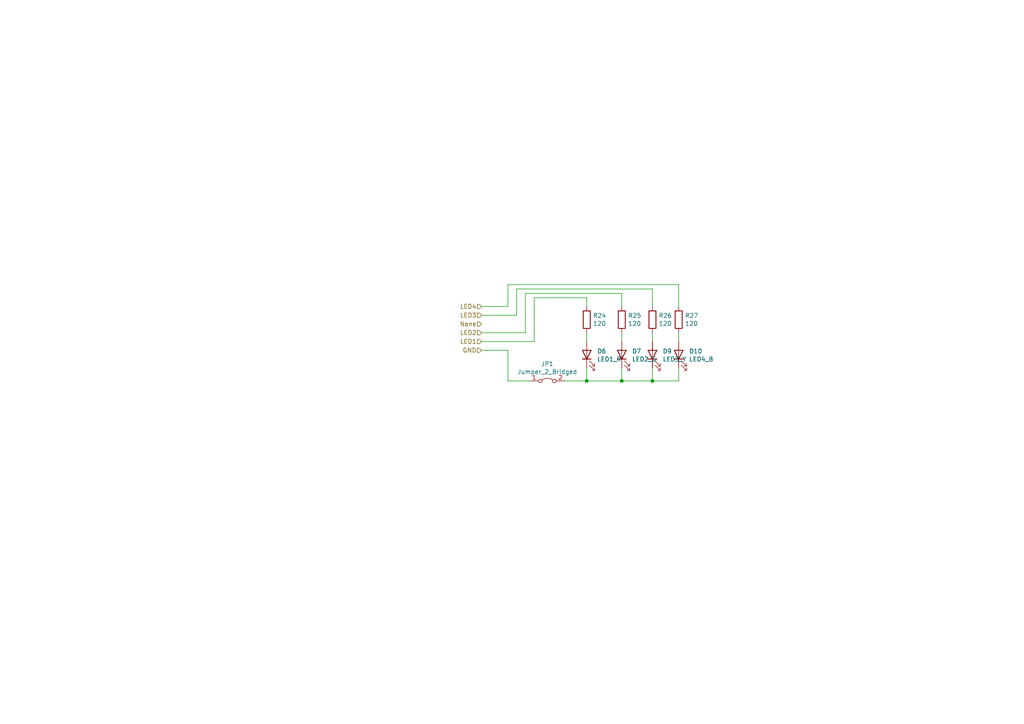
<source format=kicad_sch>
(kicad_sch (version 20211123) (generator eeschema)
  (paper "A4")
  (lib_symbols
    (symbol "Device:LED" (pin_numbers hide) (pin_names (offset 1.016) hide)
      (property "Reference" "D" (at 0 2.54 0))
      (property "Value" "LED" (at 0 -2.54 0))
      (symbol "LED_0_1"
        (polyline (pts (xy -1.27 -1.27) (xy -1.27 1.27)) (stroke (width 0.254)))
        (polyline (pts (xy -1.27 0) (xy 1.27 0)))
        (polyline (pts (xy 1.27 -1.27) (xy 1.27 1.27) (xy -1.27 0) (xy 1.27 -1.27)) (stroke (width 0.254)))
        (polyline (pts (xy -3.048 -0.762) (xy -4.572 -2.286) (xy -3.81 -2.286) (xy -4.572 -2.286) (xy -4.572 -1.524)))
        (polyline (pts (xy -1.778 -0.762) (xy -3.302 -2.286) (xy -2.54 -2.286) (xy -3.302 -2.286) (xy -3.302 -1.524)))
      )
      (symbol "LED_1_1"
        (pin passive line (at -3.81 0 0) (length 2.54) (name "K") (number "1"))
        (pin passive line (at 3.81 0 180) (length 2.54) (name "A") (number "2"))
      )
    )
    (symbol "Device:R" (pin_numbers hide) (pin_names (offset 0))
      (property "Reference" "R" (at 2.032 0 90))
      (property "Value" "R" (at 0 0 90))
      (symbol "R_0_1"
        (rectangle (start -1.016 -2.54) (end 1.016 2.54) (stroke (width 0.254)))
      )
      (symbol "R_1_1"
        (pin passive line (at 0 3.81 270) (length 1.27) (name "~") (number "1"))
        (pin passive line (at 0 -3.81 90) (length 1.27) (name "~") (number "2"))
      )
    )
    (symbol "Jumper:Jumper_2_Bridged" (pin_names (offset 0) hide)
      (property "Reference" "JP" (at 0 1.905 0))
      (property "Value" "Jumper_2_Bridged" (at 0 -2.54 0))
      (symbol "Jumper_2_Bridged_0_0"
        (circle (center -2.032 0) (radius 0.508))
        (circle (center 2.032 0) (radius 0.508))
      )
      (symbol "Jumper_2_Bridged_0_1"
        (arc (start 1.524 0.254) (mid 0 0.762) (end -1.524 0.254))
      )
      (symbol "Jumper_2_Bridged_1_1"
        (pin passive line (at -5.08 0 0) (length 2.54) (name "A") (number "1"))
        (pin passive line (at 5.08 0 180) (length 2.54) (name "B") (number "2"))
      )
    )
  )
  (junction (at 189.23 110.49))
  (junction (at 170.18 110.49))
  (junction (at 180.34 110.49))
  (wire (pts (xy 154.94 86.36) (xy 170.18 86.36)))
  (wire (pts (xy 180.34 85.09) (xy 180.34 88.9)))
  (wire (pts (xy 152.4 96.52) (xy 152.4 85.09)))
  (wire (pts (xy 189.23 83.82) (xy 189.23 88.9)))
  (wire (pts (xy 149.86 83.82) (xy 189.23 83.82)))
  (wire (pts (xy 170.18 86.36) (xy 170.18 88.9)))
  (wire (pts (xy 152.4 85.09) (xy 180.34 85.09)))
  (wire (pts (xy 196.85 96.52) (xy 196.85 99.06)))
  (wire (pts (xy 139.7 99.06) (xy 154.94 99.06)))
  (wire (pts (xy 189.23 106.68) (xy 189.23 110.49)))
  (wire (pts (xy 170.18 106.68) (xy 170.18 110.49)))
  (wire (pts (xy 139.7 96.52) (xy 152.4 96.52)))
  (wire (pts (xy 163.83 110.49) (xy 170.18 110.49)))
  (wire (pts (xy 180.34 106.68) (xy 180.34 110.49)))
  (wire (pts (xy 189.23 96.52) (xy 189.23 99.06)))
  (wire (pts (xy 170.18 110.49) (xy 180.34 110.49)))
  (wire (pts (xy 147.32 110.49) (xy 153.67 110.49)))
  (wire (pts (xy 180.34 96.52) (xy 180.34 99.06)))
  (wire (pts (xy 139.7 101.6) (xy 147.32 101.6)))
  (wire (pts (xy 139.7 88.9) (xy 147.32 88.9)))
  (wire (pts (xy 180.34 110.49) (xy 189.23 110.49)))
  (wire (pts (xy 147.32 82.55) (xy 196.85 82.55)))
  (wire (pts (xy 189.23 110.49) (xy 196.85 110.49)))
  (wire (pts (xy 139.7 91.44) (xy 149.86 91.44)))
  (wire (pts (xy 154.94 99.06) (xy 154.94 86.36)))
  (wire (pts (xy 147.32 101.6) (xy 147.32 110.49)))
  (wire (pts (xy 196.85 82.55) (xy 196.85 88.9)))
  (wire (pts (xy 170.18 96.52) (xy 170.18 99.06)))
  (wire (pts (xy 147.32 88.9) (xy 147.32 82.55)))
  (wire (pts (xy 149.86 91.44) (xy 149.86 83.82)))
  (wire (pts (xy 196.85 110.49) (xy 196.85 106.68)))
  (hierarchical_label "LED2" (shape input) (at 139.7 96.52 180))
  (hierarchical_label "None" (shape input) (at 139.7 93.98 180))
  (hierarchical_label "LED4" (shape input) (at 139.7 88.9 180))
  (hierarchical_label "LED1" (shape input) (at 139.7 99.06 180))
  (hierarchical_label "GND" (shape input) (at 139.7 101.6 180))
  (hierarchical_label "LED3" (shape input) (at 139.7 91.44 180))
  (symbol (lib_id "Jumper:Jumper_2_Bridged") (at 158.75 110.49 0) (unit 1)
    (property "Reference" "JP1" (at 158.75 105.537 0))
    (property "Value" "Jumper_2_Bridged" (at 158.75 107.8484 0))
    (property "Footprint" "Connector_PinHeader_1.27mm:PinHeader_1x02_P1.27mm_Vertical" (effects hide))
  )
  (symbol (lib_id "Device:R") (at 180.34 92.71 0) (unit 1)
    (property "Reference" "R25" (at 182.118 91.5416 0) (effects (justify left)))
    (property "Value" "120" (at 182.118 93.853 0) (effects (justify left)))
    (property "Footprint" "Resistor_SMD:R_0603_1608Metric_Pad0.98x0.95mm_HandSolder" (effects hide))
  )
  (symbol (lib_id "Device:LED") (at 170.18 102.87 90) (unit 1)
    (property "Reference" "D6" (at 173.1518 101.8794 90) (effects (justify right)))
    (property "Value" "LED1_R" (at 173.1518 104.1908 90) (effects (justify right)))
    (property "Footprint" "0.main.robot:LED_SMLE13WBC8W1" (effects hide))
  )
  (symbol (lib_id "Device:R") (at 170.18 92.71 0) (unit 1)
    (property "Reference" "R24" (at 171.958 91.5416 0) (effects (justify left)))
    (property "Value" "120" (at 171.958 93.853 0) (effects (justify left)))
    (property "Footprint" "Resistor_SMD:R_0603_1608Metric_Pad0.98x0.95mm_HandSolder" (effects hide))
  )
  (symbol (lib_id "Device:LED") (at 189.23 102.87 90) (unit 1)
    (property "Reference" "D9" (at 192.2018 101.8794 90) (effects (justify right)))
    (property "Value" "LED3_Y" (at 192.2018 104.1908 90) (effects (justify right)))
    (property "Footprint" "0.main.robot:LED_SMLE13WBC8W1" (effects hide))
  )
  (symbol (lib_id "Device:LED") (at 180.34 102.87 90) (unit 1)
    (property "Reference" "D7" (at 183.3118 101.8794 90) (effects (justify right)))
    (property "Value" "LED2_G" (at 183.3118 104.1908 90) (effects (justify right)))
    (property "Footprint" "0.main.robot:LED_SMLE13WBC8W1" (effects hide))
  )
  (symbol (lib_id "Device:R") (at 189.23 92.71 0) (unit 1)
    (property "Reference" "R26" (at 191.008 91.5416 0) (effects (justify left)))
    (property "Value" "120" (at 191.008 93.853 0) (effects (justify left)))
    (property "Footprint" "Resistor_SMD:R_0603_1608Metric_Pad0.98x0.95mm_HandSolder" (effects hide))
  )
  (symbol (lib_id "Device:LED") (at 196.85 102.87 90) (unit 1)
    (property "Reference" "D10" (at 199.8218 101.8794 90) (effects (justify right)))
    (property "Value" "LED4_B" (at 199.8218 104.1908 90) (effects (justify right)))
    (property "Footprint" "0.main.robot:LED_SMLE13WBC8W1" (effects hide))
  )
  (symbol (lib_id "Device:R") (at 196.85 92.71 0) (unit 1)
    (property "Reference" "R27" (at 198.628 91.5416 0) (effects (justify left)))
    (property "Value" "120" (at 198.628 93.853 0) (effects (justify left)))
    (property "Footprint" "Resistor_SMD:R_0603_1608Metric_Pad0.98x0.95mm_HandSolder" (effects hide))
  )
)
</source>
